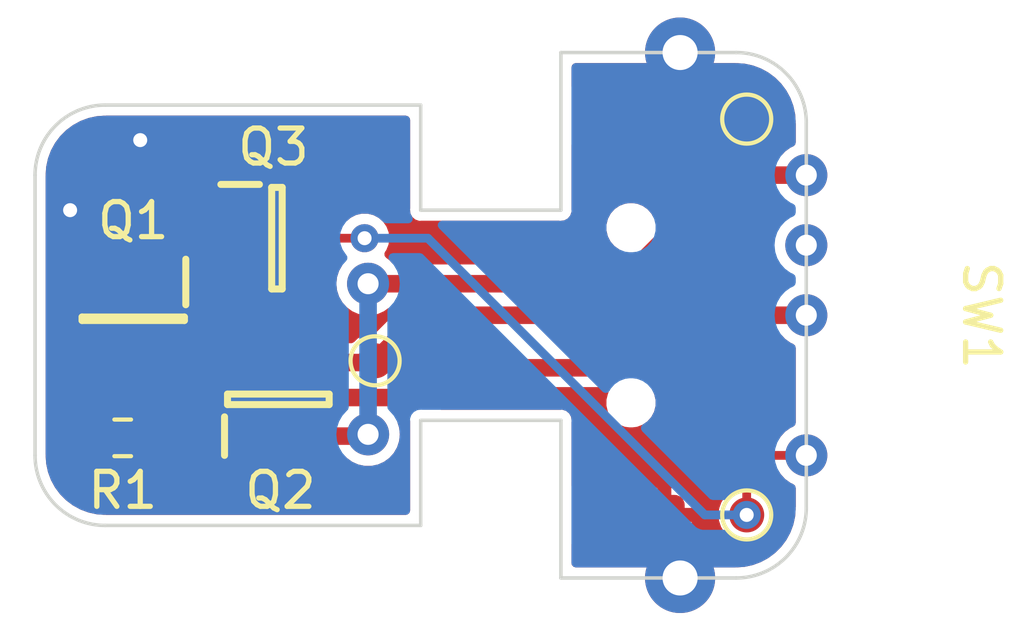
<source format=kicad_pcb>
(kicad_pcb (version 20211014) (generator pcbnew)
  (layers (0 "F.Cu" signal) (31 "B.Cu" signal) (34 "B.Paste" user) (35 "F.Paste" user) (36 "B.SilkS" user "B.Silkscreen") (37 "F.SilkS" user "F.Silkscreen") (38 "B.Mask" user) (39 "F.Mask" user) (44 "Edge.Cuts" user))
  (net 0 "")
  (net 1 "GND")
  (net 2 "VCC")
  (net 3 "CAP_DRAIN")
  (net 5 "/SW_C")
  (net 6 "/Q1_Drain")
  (net 7 "GBC_VCC")
  (footprint "SamacSys_Parts:SOT96P240X110-3N" (layer "F.Cu") (at 105.9 90.8)
    (fp_text reference "Q3" (at -0.1 -2.6) (layer "F.SilkS"))
    (fp_text value "DMP6350SQ-7" hide)
    (fp_line (start -1.6 -1.535) (end -0.5 -1.535) (layer "F.SilkS") (width 0.2))
    (fp_line (start -0.15 1.45) (end -0.15 -1.45) (layer "F.SilkS") (width 0.2))
    (fp_line (start 0.15 -1.45) (end 0.15 1.45) (layer "F.SilkS") (width 0.2))
    (fp_line (start 0.15 1.45) (end -0.15 1.45) (layer "F.SilkS") (width 0.2))
    (fp_line (start -0.15 -1.45) (end 0.15 -1.45) (layer "F.SilkS") (width 0.2))
    (pad "1" smd rect locked (at -1.05 -0.96 90) (size 0.65 1.1) (layers "F.Cu" "F.Paste" "F.Mask") (net 5 "/SW_C"))
    (pad "2" smd rect locked (at -1.05 0.96 90) (size 0.65 1.1) (layers "F.Cu" "F.Paste" "F.Mask") (net 7 "GBC_VCC"))
    (pad "3" smd rect locked (at 1.05 0 90) (size 0.65 1.1) (layers "F.Cu" "F.Paste" "F.Mask") (net 3 "CAP_DRAIN"))
  )
  (footprint "TestPoint:TestPoint_Pad_D1.0mm" (layer "F.Cu") (at 108.7 94.3)
    (fp_text reference "TP3" hide)
    (fp_text value "GBC_VCC")
    (fp_circle (center 0 0) (end 0 0.7) (layer "F.SilkS") (width 0.12) (fill none))
    (pad "1" smd circle (at 0 0) (size 1 1) (layers "F.Cu" "F.Mask") (net 7 "GBC_VCC"))
  )
  (footprint "SamacSys_Parts:SOT95P237X112-3N" (layer "F.Cu") (at 101.8 93.1 -90)
    (fp_text reference "Q1" (at -2.8 0 180) (layer "F.SilkS"))
    (fp_text value "SI2312BDS-T1-BE3" hide)
    (fp_line (start -1.7 -1.5) (end -0.4 -1.5) (layer "F.SilkS") (width 0.2))
    (fp_line (start 0.05 -1.46) (end 0.05 1.46) (layer "F.SilkS") (width 0.2))
    (fp_line (start -0.05 1.46) (end -0.05 -1.46) (layer "F.SilkS") (width 0.2))
    (fp_line (start 0.05 1.46) (end -0.05 1.46) (layer "F.SilkS") (width 0.2))
    (fp_line (start -0.05 -1.46) (end 0.05 -1.46) (layer "F.SilkS") (width 0.2))
    (pad "1" smd rect locked (at -1.05 -0.95) (size 0.6 1.3) (layers "F.Cu" "F.Paste" "F.Mask") (net 5 "/SW_C"))
    (pad "2" smd rect locked (at -1.05 0.95) (size 0.6 1.3) (layers "F.Cu" "F.Paste" "F.Mask") (net 1 "GND"))
    (pad "3" smd rect locked (at 1.05 0) (size 0.6 1.3) (layers "F.Cu" "F.Paste" "F.Mask") (net 6 "/Q1_Drain"))
  )
  (footprint "TestPoint:TestPoint_Pad_D1.0mm" (layer "F.Cu") (at 119.3 87.4)
    (fp_text reference "TP1" hide)
    (fp_text value "SW_VCC")
    (fp_circle (center 0 0) (end 0 0.7) (layer "F.SilkS") (width 0.12) (fill none))
    (pad "1" smd circle (at 0 0) (size 1 1) (layers "F.Cu" "F.Mask") (net 2 "VCC"))
  )
  (footprint "TestPoint:TestPoint_Pad_D1.0mm" (layer "F.Cu") (at 119.3 98.7)
    (fp_text reference "TP2" hide)
    (fp_text value "CAP_DRAIN")
    (fp_circle (center 0 0) (end 0 0.7) (layer "F.SilkS") (width 0.12) (fill none))
    (pad "1" smd circle (at 0 0) (size 1 1) (layers "F.Cu" "F.Mask") (net 3 "CAP_DRAIN"))
  )
  (footprint "SamacSys_Parts:MSKT-13C01" (layer "F.Cu") (at 115.95 93 -90)
    (fp_text reference "SW1" (at 0 -10.05 -90 unlocked) (layer "F.SilkS"))
    (fp_text value "SW_SP3T")
    (pad "" np_thru_hole circle (at -2.5 -0.05 270) (size 0.8 0.8) (drill 0.8) (layers F&B.Cu))
    (pad "" np_thru_hole circle (at 2.5 -0.05 270) (size 0.8 0.8) (drill 0.8) (layers F&B.Cu))
    (pad "1" smd roundrect (at -3.01075 -2.2905 270) (size 1.0215 1.481) (layers "F.Cu" "F.Paste" "F.Mask") (net 2 "VCC"))
    (pad "2" smd roundrect (at -1.5 -2.3 270) (size 1.0215 1.481) (layers "F.Cu" "F.Paste" "F.Mask"))
    (pad "3" smd roundrect (at 1.5 -2.3 270) (size 1.0215 1.481) (layers "F.Cu" "F.Paste" "F.Mask") (net 5 "/SW_C"))
    (pad "4" smd roundrect (at 3 -2.3 270) (size 1.0215 1.481) (layers "F.Cu" "F.Paste" "F.Mask") (net 1 "GND"))
    (pad "5" smd roundrect (at 5.7 -1 270) (size 1.143 1.162) (layers "F.Cu" "F.Paste" "F.Mask") (net 1 "GND"))
    (pad "5" smd roundrect (at -5.7 0.95 270) (size 1.143 1.162) (layers "F.Cu" "F.Paste" "F.Mask") (net 1 "GND"))
    (pad "5" smd roundrect (at 5.7 0.95 270) (size 1.143 1.162) (layers "F.Cu" "F.Paste" "F.Mask") (net 1 "GND"))
    (pad "5" smd roundrect (at -5.6715 -0.981 270) (size 1.143 1.162) (layers "F.Cu" "F.Paste" "F.Mask") (net 1 "GND"))
  )
  (footprint "Resistor_SMD:R_0603_1608Metric" (layer "F.Cu") (at 101.5 96.5 180)
    (fp_text reference "R1" (at 0 -1.5) (layer "F.SilkS"))
    (fp_text value "10K")
    (fp_line (start -0.237258 -0.5225) (end 0.237258 -0.5225) (layer "F.SilkS") (width 0.12))
    (fp_line (start -0.237258 0.5225) (end 0.237258 0.5225) (layer "F.SilkS") (width 0.12))
    (pad "1" smd roundrect (at -0.825 0 180) (size 0.8 0.95) (layers "F.Cu" "F.Paste" "F.Mask") (net 2 "VCC"))
    (pad "2" smd roundrect (at 0.825 0 180) (size 0.8 0.95) (layers "F.Cu" "F.Paste" "F.Mask") (net 6 "/Q1_Drain"))
  )
  (footprint "SamacSys_Parts:SOT96P240X110-3N" (layer "F.Cu") (at 105.94 95.4 90)
    (fp_text reference "Q2" (at -2.6 0.06 180) (layer "F.SilkS"))
    (fp_text value "DMP6350SQ-7" hide)
    (fp_line (start -0.15 1.45) (end -0.15 -1.45) (layer "F.SilkS") (width 0.2))
    (fp_line (start 0.15 -1.45) (end 0.15 1.45) (layer "F.SilkS") (width 0.2))
    (fp_line (start -1.6 -1.535) (end -0.5 -1.535) (layer "F.SilkS") (width 0.2))
    (fp_line (start -0.15 -1.45) (end 0.15 -1.45) (layer "F.SilkS") (width 0.2))
    (fp_line (start 0.15 1.45) (end -0.15 1.45) (layer "F.SilkS") (width 0.2))
    (pad "1" smd rect locked (at -1.05 -0.96 180) (size 0.65 1.1) (layers "F.Cu" "F.Paste" "F.Mask") (net 6 "/Q1_Drain"))
    (pad "2" smd rect locked (at -1.05 0.96 180) (size 0.65 1.1) (layers "F.Cu" "F.Paste" "F.Mask") (net 2 "VCC"))
    (pad "3" smd rect locked (at 1.05 0 180) (size 0.65 1.1) (layers "F.Cu" "F.Paste" "F.Mask") (net 7 "GBC_VCC"))
  )
  (gr_line (start 110 87) (end 101 87) (layer "Edge.Cuts") (width 0.1))
  (gr_line (start 101 99) (end 110 99) (layer "Edge.Cuts") (width 0.1))
  (gr_arc (start 119 85.5) (mid 120.414214 86.085786) (end 121 87.5) (layer "Edge.Cuts") (width 0.1))
  (gr_line (start 99 89) (end 99 97) (layer "Edge.Cuts") (width 0.1))
  (gr_line (start 114 96) (end 114 100.5) (layer "Edge.Cuts") (width 0.1))
  (gr_line (start 110 96) (end 114 96) (layer "Edge.Cuts") (width 0.1))
  (gr_line (start 114 90) (end 110 90) (layer "Edge.Cuts") (width 0.1))
  (gr_line (start 110 99) (end 110 96) (layer "Edge.Cuts") (width 0.1))
  (gr_line (start 114 100.5) (end 119 100.5) (layer "Edge.Cuts") (width 0.1))
  (gr_line (start 114 85.5) (end 114 90) (layer "Edge.Cuts") (width 0.1))
  (gr_arc (start 99 89) (mid 99.585786 87.585786) (end 101 87) (layer "Edge.Cuts") (width 0.1))
  (gr_arc (start 121 98.5) (mid 120.414214 99.914214) (end 119 100.5) (layer "Edge.Cuts") (width 0.1))
  (gr_line (start 110 90) (end 110 87) (layer "Edge.Cuts") (width 0.1))
  (gr_line (start 114 85.5) (end 119 85.5) (layer "Edge.Cuts") (width 0.1))
  (gr_line (start 121 87.5) (end 121 98.5) (layer "Edge.Cuts") (width 0.1))
  (gr_arc (start 101 99) (mid 99.585786 98.414214) (end 99 97) (layer "Edge.Cuts") (width 0.1))
  (via (at 121 91) (size 1.2) (drill 0.6) (layers "F.Cu" "B.Cu") (net 0))
  (via (at 117.4 85.5) (size 2) (drill 1) (layers "F.Cu" "B.Cu") (net 1))
  (via (at 102 88) (size 0.8) (drill 0.4) (layers "F.Cu" "B.Cu") (net 1))
  (via (at 100 90) (size 0.8) (drill 0.4) (layers "F.Cu" "B.Cu") (net 1))
  (via (at 117.4 100.5) (size 2) (drill 1) (layers "F.Cu" "B.Cu") (net 1))
  (segment (start 108.5 92.1) (end 115.6785 92.1) (width 0.5) (layer "F.Cu") (net 2))
  (segment (start 118.2405 89.98925) (end 118.81075 89.98925) (width 0.5) (layer "F.Cu") (net 2))
  (segment (start 118.242366 90) (end 118.7 90) (width 0.5) (layer "F.Cu") (net 2))
  (segment (start 108.45 96.45) (end 108.5 96.4) (width 0.5) (layer "F.Cu") (net 2))
  (segment (start 118.81075 89.98925) (end 119.8 89) (width 0.5) (layer "F.Cu") (net 2))
  (segment (start 106.9 96.45) (end 108.45 96.45) (width 0.5) (layer "F.Cu") (net 2))
  (segment (start 105.900489 97.449511) (end 103.274511 97.449511) (width 0.5) (layer "F.Cu") (net 2))
  (segment (start 119.8 89) (end 120.65048 89) (width 0.5) (layer "F.Cu") (net 2))
  (segment (start 103.274511 97.449511) (end 102.325 96.5) (width 0.5) (layer "F.Cu") (net 2))
  (segment (start 115.6785 92.1) (end 117.78925 89.98925) (width 0.5) (layer "F.Cu") (net 2))
  (segment (start 106.9 96.45) (end 105.900489 97.449511) (width 0.5) (layer "F.Cu") (net 2))
  (segment (start 117.78925 89.98925) (end 118.2405 89.98925) (width 0.5) (layer "F.Cu") (net 2))
  (via (at 108.5 92.1) (size 1.2) (drill 0.6) (layers "F.Cu" "B.Cu") (net 2))
  (via (at 108.5 96.4) (size 1.2) (drill 0.6) (layers "F.Cu" "B.Cu") (net 2))
  (via (at 121 89) (size 1.2) (drill 0.6) (layers "F.Cu" "B.Cu") (net 2))
  (segment (start 108.5 96.4) (end 108.5 92.1) (width 0.5) (layer "B.Cu") (net 2))
  (segment (start 106.95 90.8) (end 108.4 90.8) (width 0.25) (layer "F.Cu") (net 3))
  (segment (start 119.9 97) (end 120.77548 97) (width 0.25) (layer "F.Cu") (net 3))
  (segment (start 119.3 97.6) (end 119.9 97) (width 0.25) (layer "F.Cu") (net 3))
  (segment (start 119.3 98.7) (end 119.3 97.6) (width 0.25) (layer "F.Cu") (net 3))
  (via (at 119.3 98.7) (size 0.8) (drill 0.4) (layers "F.Cu" "B.Cu") (net 3))
  (via (at 108.4 90.8) (size 0.8) (drill 0.4) (layers "F.Cu" "B.Cu") (net 3))
  (via (at 121 97) (size 1.2) (drill 0.6) (layers "F.Cu" "B.Cu") (net 3))
  (segment (start 108.4 90.8) (end 110.204661 90.8) (width 0.25) (layer "B.Cu") (net 3))
  (segment (start 110.204661 90.8) (end 118.104661 98.7) (width 0.25) (layer "B.Cu") (net 3))
  (segment (start 118.104661 98.7) (end 119.3 98.7) (width 0.25) (layer "B.Cu") (net 3))
  (segment (start 102.75 90.65) (end 103.6 89.8) (width 0.5) (layer "F.Cu") (net 5))
  (segment (start 109.850489 95.349511) (end 110.7 94.5) (width 0.5) (layer "F.Cu") (net 5))
  (segment (start 102.75 92.05) (end 102.75 93.55) (width 0.5) (layer "F.Cu") (net 5))
  (segment (start 104.549511 95.349511) (end 109.850489 95.349511) (width 0.5) (layer "F.Cu") (net 5))
  (segment (start 103.64 89.84) (end 104.85 89.84) (width 0.5) (layer "F.Cu") (net 5))
  (segment (start 110.7 94.5) (end 118.25 94.5) (width 0.5) (layer "F.Cu") (net 5))
  (segment (start 102.75 93.55) (end 104.549511 95.349511) (width 0.5) (layer "F.Cu") (net 5))
  (segment (start 103.6 89.8) (end 103.64 89.84) (width 0.5) (layer "F.Cu") (net 5))
  (segment (start 102.75 92.05) (end 102.75 90.65) (width 0.5) (layer "F.Cu") (net 5))
  (segment (start 104.1 96.45) (end 101.8 94.15) (width 0.25) (layer "F.Cu") (net 6))
  (segment (start 101.8 95.375) (end 101.8 94.15) (width 0.25) (layer "F.Cu") (net 6))
  (segment (start 100.675 96.5) (end 101.8 95.375) (width 0.25) (layer "F.Cu") (net 6))
  (segment (start 104.98 96.45) (end 104.1 96.45) (width 0.25) (layer "F.Cu") (net 6))
  (segment (start 110 93) (end 120.65048 93) (width 0.5) (layer "F.Cu") (net 7))
  (segment (start 108.7 94.3) (end 110 93) (width 0.5) (layer "F.Cu") (net 7))
  (segment (start 108.65 94.35) (end 108.7 94.3) (width 0.5) (layer "F.Cu") (net 7))
  (segment (start 105.94 94.35) (end 108.65 94.35) (width 0.5) (layer "F.Cu") (net 7))
  (segment (start 104.85 93.26) (end 105.94 94.35) (width 0.5) (layer "F.Cu") (net 7))
  (segment (start 104.85 91.76) (end 104.85 93.26) (width 0.5) (layer "F.Cu") (net 7))
  (via (at 121 93) (size 1.2) (drill 0.6) (layers "F.Cu" "B.Cu") (net 7))
  (zone (net 1) (net_name "GND") (layers F&B.Cu) (connect_pads (clearance 0.3)) (min_thickness 0.254) (fill yes (thermal_gap 0.2) (thermal_bridge_width 0.4))
    (polygon (pts (xy 122 102) (xy 98 102) (xy 98 84) (xy 122 84)))
  )
)
</source>
